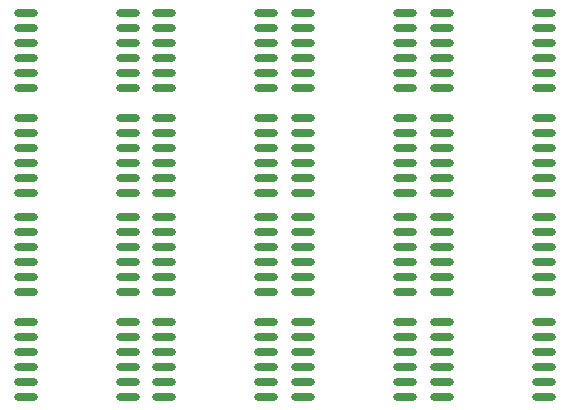
<source format=gtp>
%FSLAX44Y44*%
%MOMM*%
G71*
G01*
G75*
G04 Layer_Color=8421504*
%ADD10O,2.0320X0.6096*%
%ADD11C,0.2000*%
%ADD12C,0.2032*%
%ADD13C,0.8000*%
%ADD14C,1.0000*%
%ADD15C,3.6000*%
%ADD16C,0.4000*%
%ADD17C,1.2000*%
%ADD18C,1.0160*%
%ADD19C,1.1000*%
%ADD20C,1.4000*%
%ADD21C,1.5000*%
%ADD22R,0.9398X1.0160*%
%ADD23R,0.9400X1.0160*%
%ADD24R,2.2000X0.3600*%
%ADD25R,3.0000X1.0000*%
%ADD26R,0.9652X0.8890*%
%ADD27R,0.8890X0.9652*%
%ADD28C,0.4000*%
%ADD29C,0.1500*%
%ADD30C,0.2540*%
%ADD31C,0.3000*%
D10*
X-308640Y41000D02*
D03*
Y15600D02*
D03*
X-395000Y-22500D02*
D03*
X-308640Y2900D02*
D03*
Y-9800D02*
D03*
Y-22500D02*
D03*
Y-47900D02*
D03*
Y-60600D02*
D03*
Y-73300D02*
D03*
Y-86000D02*
D03*
Y-98700D02*
D03*
Y-111400D02*
D03*
X-395000D02*
D03*
Y-98700D02*
D03*
Y-86000D02*
D03*
Y-73300D02*
D03*
Y-60600D02*
D03*
X-308640Y28300D02*
D03*
X-395000Y-9800D02*
D03*
Y2900D02*
D03*
Y15600D02*
D03*
Y28300D02*
D03*
Y41000D02*
D03*
Y-47900D02*
D03*
X43860Y-169100D02*
D03*
Y2900D02*
D03*
X-191140Y-169100D02*
D03*
Y2900D02*
D03*
Y-131000D02*
D03*
Y-156400D02*
D03*
X-277500Y-194500D02*
D03*
X-191140Y-181800D02*
D03*
Y-194500D02*
D03*
Y-219900D02*
D03*
Y-232600D02*
D03*
Y-245300D02*
D03*
Y-258000D02*
D03*
Y-270700D02*
D03*
Y-283400D02*
D03*
X-277500D02*
D03*
Y-270700D02*
D03*
Y-258000D02*
D03*
Y-245300D02*
D03*
Y-232600D02*
D03*
X-191140Y-143700D02*
D03*
X-277500Y-181800D02*
D03*
Y-169100D02*
D03*
Y-156400D02*
D03*
Y-143700D02*
D03*
Y-131000D02*
D03*
Y-219900D02*
D03*
X-42500D02*
D03*
Y-47900D02*
D03*
X-277500D02*
D03*
X-395000Y-219900D02*
D03*
X-160000D02*
D03*
X-308640Y-131000D02*
D03*
Y-156400D02*
D03*
X-395000Y-194500D02*
D03*
X-308640Y-169100D02*
D03*
Y-181800D02*
D03*
Y-194500D02*
D03*
Y-219900D02*
D03*
Y-232600D02*
D03*
Y-245300D02*
D03*
Y-258000D02*
D03*
Y-270700D02*
D03*
Y-283400D02*
D03*
X-395000D02*
D03*
Y-270700D02*
D03*
Y-258000D02*
D03*
Y-245300D02*
D03*
Y-232600D02*
D03*
X-308640Y-143700D02*
D03*
X-395000Y-181800D02*
D03*
Y-169100D02*
D03*
Y-156400D02*
D03*
Y-143700D02*
D03*
Y-131000D02*
D03*
X-42500Y41000D02*
D03*
Y28300D02*
D03*
Y15600D02*
D03*
Y2900D02*
D03*
Y-9800D02*
D03*
X43860Y28300D02*
D03*
X-42500Y-60600D02*
D03*
Y-73300D02*
D03*
Y-86000D02*
D03*
Y-98700D02*
D03*
Y-111400D02*
D03*
X43860D02*
D03*
Y-98700D02*
D03*
Y-86000D02*
D03*
Y-73300D02*
D03*
Y-60600D02*
D03*
Y-47900D02*
D03*
Y-22500D02*
D03*
Y-9800D02*
D03*
X-42500Y-22500D02*
D03*
X43860Y15600D02*
D03*
Y41000D02*
D03*
X-277500D02*
D03*
Y28300D02*
D03*
Y15600D02*
D03*
Y2900D02*
D03*
Y-9800D02*
D03*
X-191140Y28300D02*
D03*
X-277500Y-60600D02*
D03*
Y-73300D02*
D03*
Y-86000D02*
D03*
Y-98700D02*
D03*
Y-111400D02*
D03*
X-191140D02*
D03*
Y-98700D02*
D03*
Y-86000D02*
D03*
Y-73300D02*
D03*
Y-60600D02*
D03*
Y-47900D02*
D03*
Y-22500D02*
D03*
Y-9800D02*
D03*
X-277500Y-22500D02*
D03*
X-191140Y15600D02*
D03*
Y41000D02*
D03*
X-42500Y-131000D02*
D03*
Y-143700D02*
D03*
Y-156400D02*
D03*
Y-169100D02*
D03*
Y-181800D02*
D03*
X43860Y-143700D02*
D03*
X-42500Y-232600D02*
D03*
Y-245300D02*
D03*
Y-258000D02*
D03*
Y-270700D02*
D03*
Y-283400D02*
D03*
X43860D02*
D03*
Y-270700D02*
D03*
Y-258000D02*
D03*
Y-245300D02*
D03*
Y-232600D02*
D03*
Y-219900D02*
D03*
Y-194500D02*
D03*
Y-181800D02*
D03*
X-42500Y-194500D02*
D03*
X43860Y-156400D02*
D03*
Y-131000D02*
D03*
X-160000D02*
D03*
Y-143700D02*
D03*
Y-156400D02*
D03*
Y-169100D02*
D03*
Y-181800D02*
D03*
X-73640Y-143700D02*
D03*
X-160000Y-232600D02*
D03*
Y-245300D02*
D03*
Y-258000D02*
D03*
Y-270700D02*
D03*
Y-283400D02*
D03*
X-73640D02*
D03*
Y-270700D02*
D03*
Y-258000D02*
D03*
Y-245300D02*
D03*
Y-232600D02*
D03*
Y-219900D02*
D03*
Y-194500D02*
D03*
Y-181800D02*
D03*
Y-169100D02*
D03*
X-160000Y-194500D02*
D03*
X-73640Y-156400D02*
D03*
Y-131000D02*
D03*
Y41000D02*
D03*
Y15600D02*
D03*
X-160000Y-22500D02*
D03*
X-73640Y2900D02*
D03*
Y-9800D02*
D03*
Y-22500D02*
D03*
Y-47900D02*
D03*
Y-60600D02*
D03*
Y-73300D02*
D03*
Y-86000D02*
D03*
Y-98700D02*
D03*
Y-111400D02*
D03*
X-160000D02*
D03*
Y-98700D02*
D03*
Y-86000D02*
D03*
Y-73300D02*
D03*
Y-60600D02*
D03*
X-73640Y28300D02*
D03*
X-160000Y-9800D02*
D03*
Y2900D02*
D03*
Y15600D02*
D03*
Y28300D02*
D03*
Y41000D02*
D03*
Y-47900D02*
D03*
M02*

</source>
